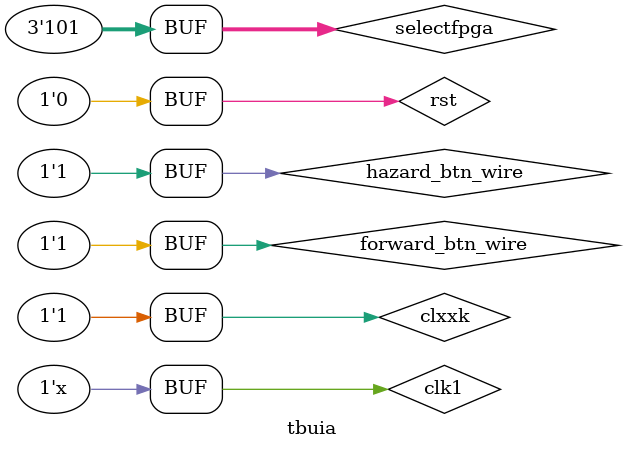
<source format=v>
module tbuia;

	// Inputs
	reg clxxk;
	reg rst;
	reg forward_btn_wire;
	reg hazard_btn_wire;
	reg [2:0] selectfpga;
	reg clk1;

	// Outputs
	wire [3:0] anodes;
	wire [7:0] cathods;
	wire [31:0] instruction_wire;
	wire [31:0] address_wire;
	wire [31:0] ALUout_wire;

	// Instantiate the Unit Under Test (UUT)
	integratemod uut (
		.clxxk(clxxk), 
		.rst(rst), 
		.forward_btn_wire(forward_btn_wire), 
		.hazard_btn_wire(hazard_btn_wire), 
		.selectfpga(selectfpga), 
		.anodes(anodes), 
		.cathods(cathods), 
		.clk1(clk1), 
		.instruction_wire(instruction_wire), 
		.address_wire(address_wire), 
		.ALUout_wire(ALUout_wire)
	);


always #1 clk1=~clk1;











	initial begin
		// Initialize Inputs
		clxxk = 1'b0;
		rst = 1'b1;
		forward_btn_wire = 1'b1;
		hazard_btn_wire = 1'b1;
		selectfpga = 0;
		clk1 = 1'b0;
		#10;
		clxxk = 1'b1;
		rst = 0;
		forward_btn_wire = 1'b1;
		hazard_btn_wire = 1'b1;
		selectfpga = 3'b000;
		clk1 = 1'b1;
		#10;
		clxxk = 1'b1;
		rst = 0;
		forward_btn_wire = 1'b1;
		hazard_btn_wire = 1'b1;
		selectfpga = 3'b001;
				#10;
		
		rst = 0;
		forward_btn_wire = 1'b1;
		hazard_btn_wire = 1'b1;
		selectfpga = 3'b010;
		
		#10;
		

		rst = 0;
		forward_btn_wire = 1'b1;
		hazard_btn_wire = 1'b1;
		selectfpga = 3'b011;
		
		#10;
		

		rst = 0;
		forward_btn_wire = 1'b1;
		hazard_btn_wire = 1'b1;
		selectfpga = 3'b100;
		
		#10;
		

		rst = 0;
		forward_btn_wire = 1'b1;
		hazard_btn_wire = 1'b1;
		selectfpga = 3'b101;
		
		#10;
		clxxk=0;
		#5;
		clxxk = 1'b1;
		rst = 0;
		forward_btn_wire = 1'b1;
		hazard_btn_wire = 1'b1;
		selectfpga = 3'b000;
		clk1 = 1'b1;
		#10;
		clxxk = 1'b1;
		rst = 0;
		forward_btn_wire = 1'b1;
		hazard_btn_wire = 1'b1;
		selectfpga = 3'b001;
				#10;
		
		rst = 0;
		forward_btn_wire = 1'b1;
		hazard_btn_wire = 1'b1;
		selectfpga = 3'b010;
		
		#10;
		

		rst = 0;
		forward_btn_wire = 1'b1;
		hazard_btn_wire = 1'b1;
		selectfpga = 3'b011;
		
		#10;
		

		rst = 0;
		forward_btn_wire = 1'b1;
		hazard_btn_wire = 1'b1;
		selectfpga = 3'b100;
		
		#10;
		

		rst = 0;
		forward_btn_wire = 1'b1;
		hazard_btn_wire = 1'b1;
		selectfpga = 3'b101;
		
		#10;
		clxxk=0;
		#5;
		clxxk = 1'b1;
		rst = 0;
		forward_btn_wire = 1'b1;
		hazard_btn_wire = 1'b1;
		selectfpga = 3'b000;
		clk1 = 1'b1;
		#10;
		clxxk = 1'b1;
		rst = 0;
		forward_btn_wire = 1'b1;
		hazard_btn_wire = 1'b1;
		selectfpga = 3'b001;
				#10;
		
		rst = 0;
		forward_btn_wire = 1'b1;
		hazard_btn_wire = 1'b1;
		selectfpga = 3'b010;
		
		#10;
		

		rst = 0;
		forward_btn_wire = 1'b1;
		hazard_btn_wire = 1'b1;
		selectfpga = 3'b011;
		
		#10;
		

		rst = 0;
		forward_btn_wire = 1'b1;
		hazard_btn_wire = 1'b1;
		selectfpga = 3'b100;
		
		#10;
		

		rst = 0;
		forward_btn_wire = 1'b1;
		hazard_btn_wire = 1'b1;
		selectfpga = 3'b101;
		
		#10;
		clxxk=0;
		#5;
		clxxk = 1'b1;
		rst = 0;
		forward_btn_wire = 1'b1;
		hazard_btn_wire = 1'b1;
		selectfpga = 3'b000;
		clk1 = 1'b1;
		#10;
		clxxk = 1'b1;
		rst = 0;
		forward_btn_wire = 1'b1;
		hazard_btn_wire = 1'b1;
		selectfpga = 3'b001;
				#10;
		
		rst = 0;
		forward_btn_wire = 1'b1;
		hazard_btn_wire = 1'b1;
		selectfpga = 3'b010;
		
		#10;
		

		rst = 0;
		forward_btn_wire = 1'b1;
		hazard_btn_wire = 1'b1;
		selectfpga = 3'b011;
		
		#10;
		

		rst = 0;
		forward_btn_wire = 1'b1;
		hazard_btn_wire = 1'b1;
		selectfpga = 3'b100;
		
		#10;
		

		rst = 0;
		forward_btn_wire = 1'b1;
		hazard_btn_wire = 1'b1;
		selectfpga = 3'b101;
		
		#10;
		clxxk=0;
		#5;
		clxxk = 1'b1;
		rst = 0;
		forward_btn_wire = 1'b1;
		hazard_btn_wire = 1'b1;
		selectfpga = 3'b000;
		clk1 = 1'b1;
		#10;
		clxxk = 1'b1;
		rst = 0;
		forward_btn_wire = 1'b1;
		hazard_btn_wire = 1'b1;
		selectfpga = 3'b001;
				#10;
		
		rst = 0;
		forward_btn_wire = 1'b1;
		hazard_btn_wire = 1'b1;
		selectfpga = 3'b010;
		
		#10;
		

		rst = 0;
		forward_btn_wire = 1'b1;
		hazard_btn_wire = 1'b1;
		selectfpga = 3'b011;
		
		#10;
		

		rst = 0;
		forward_btn_wire = 1'b1;
		hazard_btn_wire = 1'b1;
		selectfpga = 3'b100;
		
		#10;
		

		rst = 0;
		forward_btn_wire = 1'b1;
		hazard_btn_wire = 1'b1;
		selectfpga = 3'b101;
		
		#10;
		clxxk=0;
		#5;
		clxxk = 1'b1;
		rst = 0;
		forward_btn_wire = 1'b1;
		hazard_btn_wire = 1'b1;
		selectfpga = 3'b000;
		clk1 = 1'b1;
		#10;
		clxxk = 1'b1;
		rst = 0;
		forward_btn_wire = 1'b1;
		hazard_btn_wire = 1'b1;
		selectfpga = 3'b001;
				#10;
		
		rst = 0;
		forward_btn_wire = 1'b1;
		hazard_btn_wire = 1'b1;
		selectfpga = 3'b010;
		
		#10;
		

		rst = 0;
		forward_btn_wire = 1'b1;
		hazard_btn_wire = 1'b1;
		selectfpga = 3'b011;
		
		#10;
		

		rst = 0;
		forward_btn_wire = 1'b1;
		hazard_btn_wire = 1'b1;
		selectfpga = 3'b100;
		
		#10;
		

		rst = 0;
		forward_btn_wire = 1'b1;
		hazard_btn_wire = 1'b1;
		selectfpga = 3'b101;
		
		#10;
		clxxk=0;
		#5;
		clxxk = 1'b1;
		rst = 0;
		forward_btn_wire = 1'b1;
		hazard_btn_wire = 1'b1;
		selectfpga = 3'b000;
		clk1 = 1'b1;
		#10;
		clxxk = 1'b1;
		rst = 0;
		forward_btn_wire = 1'b1;
		hazard_btn_wire = 1'b1;
		selectfpga = 3'b001;
				#10;
		
		rst = 0;
		forward_btn_wire = 1'b1;
		hazard_btn_wire = 1'b1;
		selectfpga = 3'b010;
		
		#10;
		

		rst = 0;
		forward_btn_wire = 1'b1;
		hazard_btn_wire = 1'b1;
		selectfpga = 3'b011;
		
		#10;
		

		rst = 0;
		forward_btn_wire = 1'b1;
		hazard_btn_wire = 1'b1;
		selectfpga = 3'b100;
		
		#10;
		

		rst = 0;
		forward_btn_wire = 1'b1;
		hazard_btn_wire = 1'b1;
		selectfpga = 3'b101;
		
		#10;
		clxxk=0;
		#5;
		clxxk = 1'b1;
		rst = 0;
		forward_btn_wire = 1'b1;
		hazard_btn_wire = 1'b1;
		selectfpga = 3'b000;
		clk1 = 1'b1;
		#10;
		clxxk = 1'b1;
		rst = 0;
		forward_btn_wire = 1'b1;
		hazard_btn_wire = 1'b1;
		selectfpga = 3'b001;
				#10;
		
		rst = 0;
		forward_btn_wire = 1'b1;
		hazard_btn_wire = 1'b1;
		selectfpga = 3'b010;
		
		#10;
		

		rst = 0;
		forward_btn_wire = 1'b1;
		hazard_btn_wire = 1'b1;
		selectfpga = 3'b011;
		
		#10;
		

		rst = 0;
		forward_btn_wire = 1'b1;
		hazard_btn_wire = 1'b1;
		selectfpga = 3'b100;
		
		#10;
		

		rst = 0;
		forward_btn_wire = 1'b1;
		hazard_btn_wire = 1'b1;
		selectfpga = 3'b101;
		
		#10;
		clxxk=0;
		#5;
		clxxk = 1'b1;
		rst = 0;
		forward_btn_wire = 1'b1;
		hazard_btn_wire = 1'b1;
		selectfpga = 3'b000;
		clk1 = 1'b1;
		#10;
		clxxk = 1'b1;
		rst = 0;
		forward_btn_wire = 1'b1;
		hazard_btn_wire = 1'b1;
		selectfpga = 3'b001;
				#10;
		
		rst = 0;
		forward_btn_wire = 1'b1;
		hazard_btn_wire = 1'b1;
		selectfpga = 3'b010;
		
		#10;
		

		rst = 0;
		forward_btn_wire = 1'b1;
		hazard_btn_wire = 1'b1;
		selectfpga = 3'b011;
		
		#10;
		

		rst = 0;
		forward_btn_wire = 1'b1;
		hazard_btn_wire = 1'b1;
		selectfpga = 3'b100;
		
		#10;
		

		rst = 0;
		forward_btn_wire = 1'b1;
		hazard_btn_wire = 1'b1;
		selectfpga = 3'b101;
		
		#10;
		clxxk=0;
		#5;
		clxxk = 1'b1;
		rst = 0;
		forward_btn_wire = 1'b1;
		hazard_btn_wire = 1'b1;
		selectfpga = 3'b000;
		clk1 = 1'b1;
		#10;
		clxxk = 1'b1;
		rst = 0;
		forward_btn_wire = 1'b1;
		hazard_btn_wire = 1'b1;
		selectfpga = 3'b001;
				#10;
		
		rst = 0;
		forward_btn_wire = 1'b1;
		hazard_btn_wire = 1'b1;
		selectfpga = 3'b010;
		
		#10;
		

		rst = 0;
		forward_btn_wire = 1'b1;
		hazard_btn_wire = 1'b1;
		selectfpga = 3'b011;
		
		#10;
		

		rst = 0;
		forward_btn_wire = 1'b1;
		hazard_btn_wire = 1'b1;
		selectfpga = 3'b100;
		
		#10;
		

		rst = 0;
		forward_btn_wire = 1'b1;
		hazard_btn_wire = 1'b1;
		selectfpga = 3'b101;
		
		#10;
		
		

		// Wait 100 ns for global reset to finish
		#100;
        
		// Add stimulus here

	end
      
endmodule


</source>
